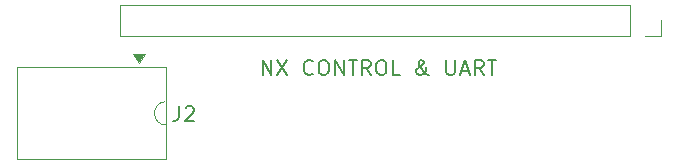
<source format=gto>
%TF.GenerationSoftware,KiCad,Pcbnew,9.0.4-9.0.4-0~ubuntu24.04.1*%
%TF.CreationDate,2025-10-19T10:06:06-07:00*%
%TF.ProjectId,NX-ButtonInterface,4e582d42-7574-4746-9f6e-496e74657266,2*%
%TF.SameCoordinates,Original*%
%TF.FileFunction,Legend,Top*%
%TF.FilePolarity,Positive*%
%FSLAX46Y46*%
G04 Gerber Fmt 4.6, Leading zero omitted, Abs format (unit mm)*
G04 Created by KiCad (PCBNEW 9.0.4-9.0.4-0~ubuntu24.04.1) date 2025-10-19 10:06:06*
%MOMM*%
%LPD*%
G01*
G04 APERTURE LIST*
%ADD10C,0.152400*%
%ADD11C,0.120000*%
%ADD12C,0.100000*%
G04 APERTURE END LIST*
D10*
X97543257Y-97582201D02*
X97543257Y-96312201D01*
X97543257Y-96312201D02*
X98268972Y-97582201D01*
X98268972Y-97582201D02*
X98268972Y-96312201D01*
X98752781Y-96312201D02*
X99599448Y-97582201D01*
X99599448Y-96312201D02*
X98752781Y-97582201D01*
X101776591Y-97461248D02*
X101716115Y-97521725D01*
X101716115Y-97521725D02*
X101534686Y-97582201D01*
X101534686Y-97582201D02*
X101413734Y-97582201D01*
X101413734Y-97582201D02*
X101232305Y-97521725D01*
X101232305Y-97521725D02*
X101111353Y-97400772D01*
X101111353Y-97400772D02*
X101050876Y-97279820D01*
X101050876Y-97279820D02*
X100990400Y-97037915D01*
X100990400Y-97037915D02*
X100990400Y-96856486D01*
X100990400Y-96856486D02*
X101050876Y-96614582D01*
X101050876Y-96614582D02*
X101111353Y-96493629D01*
X101111353Y-96493629D02*
X101232305Y-96372677D01*
X101232305Y-96372677D02*
X101413734Y-96312201D01*
X101413734Y-96312201D02*
X101534686Y-96312201D01*
X101534686Y-96312201D02*
X101716115Y-96372677D01*
X101716115Y-96372677D02*
X101776591Y-96433153D01*
X102562781Y-96312201D02*
X102804686Y-96312201D01*
X102804686Y-96312201D02*
X102925638Y-96372677D01*
X102925638Y-96372677D02*
X103046591Y-96493629D01*
X103046591Y-96493629D02*
X103107067Y-96735534D01*
X103107067Y-96735534D02*
X103107067Y-97158867D01*
X103107067Y-97158867D02*
X103046591Y-97400772D01*
X103046591Y-97400772D02*
X102925638Y-97521725D01*
X102925638Y-97521725D02*
X102804686Y-97582201D01*
X102804686Y-97582201D02*
X102562781Y-97582201D01*
X102562781Y-97582201D02*
X102441829Y-97521725D01*
X102441829Y-97521725D02*
X102320876Y-97400772D01*
X102320876Y-97400772D02*
X102260400Y-97158867D01*
X102260400Y-97158867D02*
X102260400Y-96735534D01*
X102260400Y-96735534D02*
X102320876Y-96493629D01*
X102320876Y-96493629D02*
X102441829Y-96372677D01*
X102441829Y-96372677D02*
X102562781Y-96312201D01*
X103651352Y-97582201D02*
X103651352Y-96312201D01*
X103651352Y-96312201D02*
X104377067Y-97582201D01*
X104377067Y-97582201D02*
X104377067Y-96312201D01*
X104800400Y-96312201D02*
X105526114Y-96312201D01*
X105163257Y-97582201D02*
X105163257Y-96312201D01*
X106675162Y-97582201D02*
X106251828Y-96977439D01*
X105949447Y-97582201D02*
X105949447Y-96312201D01*
X105949447Y-96312201D02*
X106433257Y-96312201D01*
X106433257Y-96312201D02*
X106554209Y-96372677D01*
X106554209Y-96372677D02*
X106614686Y-96433153D01*
X106614686Y-96433153D02*
X106675162Y-96554105D01*
X106675162Y-96554105D02*
X106675162Y-96735534D01*
X106675162Y-96735534D02*
X106614686Y-96856486D01*
X106614686Y-96856486D02*
X106554209Y-96916963D01*
X106554209Y-96916963D02*
X106433257Y-96977439D01*
X106433257Y-96977439D02*
X105949447Y-96977439D01*
X107461352Y-96312201D02*
X107703257Y-96312201D01*
X107703257Y-96312201D02*
X107824209Y-96372677D01*
X107824209Y-96372677D02*
X107945162Y-96493629D01*
X107945162Y-96493629D02*
X108005638Y-96735534D01*
X108005638Y-96735534D02*
X108005638Y-97158867D01*
X108005638Y-97158867D02*
X107945162Y-97400772D01*
X107945162Y-97400772D02*
X107824209Y-97521725D01*
X107824209Y-97521725D02*
X107703257Y-97582201D01*
X107703257Y-97582201D02*
X107461352Y-97582201D01*
X107461352Y-97582201D02*
X107340400Y-97521725D01*
X107340400Y-97521725D02*
X107219447Y-97400772D01*
X107219447Y-97400772D02*
X107158971Y-97158867D01*
X107158971Y-97158867D02*
X107158971Y-96735534D01*
X107158971Y-96735534D02*
X107219447Y-96493629D01*
X107219447Y-96493629D02*
X107340400Y-96372677D01*
X107340400Y-96372677D02*
X107461352Y-96312201D01*
X109154685Y-97582201D02*
X108549923Y-97582201D01*
X108549923Y-97582201D02*
X108549923Y-96312201D01*
X111573733Y-97582201D02*
X111513257Y-97582201D01*
X111513257Y-97582201D02*
X111392304Y-97521725D01*
X111392304Y-97521725D02*
X111210876Y-97340296D01*
X111210876Y-97340296D02*
X110908495Y-96977439D01*
X110908495Y-96977439D02*
X110787542Y-96796010D01*
X110787542Y-96796010D02*
X110727066Y-96614582D01*
X110727066Y-96614582D02*
X110727066Y-96493629D01*
X110727066Y-96493629D02*
X110787542Y-96372677D01*
X110787542Y-96372677D02*
X110908495Y-96312201D01*
X110908495Y-96312201D02*
X110968971Y-96312201D01*
X110968971Y-96312201D02*
X111089923Y-96372677D01*
X111089923Y-96372677D02*
X111150399Y-96493629D01*
X111150399Y-96493629D02*
X111150399Y-96554105D01*
X111150399Y-96554105D02*
X111089923Y-96675058D01*
X111089923Y-96675058D02*
X111029447Y-96735534D01*
X111029447Y-96735534D02*
X110666590Y-96977439D01*
X110666590Y-96977439D02*
X110606114Y-97037915D01*
X110606114Y-97037915D02*
X110545637Y-97158867D01*
X110545637Y-97158867D02*
X110545637Y-97340296D01*
X110545637Y-97340296D02*
X110606114Y-97461248D01*
X110606114Y-97461248D02*
X110666590Y-97521725D01*
X110666590Y-97521725D02*
X110787542Y-97582201D01*
X110787542Y-97582201D02*
X110968971Y-97582201D01*
X110968971Y-97582201D02*
X111089923Y-97521725D01*
X111089923Y-97521725D02*
X111150399Y-97461248D01*
X111150399Y-97461248D02*
X111331828Y-97219344D01*
X111331828Y-97219344D02*
X111392304Y-97037915D01*
X111392304Y-97037915D02*
X111392304Y-96916963D01*
X113085637Y-96312201D02*
X113085637Y-97340296D01*
X113085637Y-97340296D02*
X113146114Y-97461248D01*
X113146114Y-97461248D02*
X113206590Y-97521725D01*
X113206590Y-97521725D02*
X113327542Y-97582201D01*
X113327542Y-97582201D02*
X113569447Y-97582201D01*
X113569447Y-97582201D02*
X113690399Y-97521725D01*
X113690399Y-97521725D02*
X113750876Y-97461248D01*
X113750876Y-97461248D02*
X113811352Y-97340296D01*
X113811352Y-97340296D02*
X113811352Y-96312201D01*
X114355637Y-97219344D02*
X114960399Y-97219344D01*
X114234685Y-97582201D02*
X114658018Y-96312201D01*
X114658018Y-96312201D02*
X115081352Y-97582201D01*
X116230399Y-97582201D02*
X115807065Y-96977439D01*
X115504684Y-97582201D02*
X115504684Y-96312201D01*
X115504684Y-96312201D02*
X115988494Y-96312201D01*
X115988494Y-96312201D02*
X116109446Y-96372677D01*
X116109446Y-96372677D02*
X116169923Y-96433153D01*
X116169923Y-96433153D02*
X116230399Y-96554105D01*
X116230399Y-96554105D02*
X116230399Y-96735534D01*
X116230399Y-96735534D02*
X116169923Y-96856486D01*
X116169923Y-96856486D02*
X116109446Y-96916963D01*
X116109446Y-96916963D02*
X115988494Y-96977439D01*
X115988494Y-96977439D02*
X115504684Y-96977439D01*
X116593256Y-96312201D02*
X117318970Y-96312201D01*
X116956113Y-97582201D02*
X116956113Y-96312201D01*
X90457867Y-100227601D02*
X90457867Y-101134744D01*
X90457867Y-101134744D02*
X90397390Y-101316172D01*
X90397390Y-101316172D02*
X90276438Y-101437125D01*
X90276438Y-101437125D02*
X90095009Y-101497601D01*
X90095009Y-101497601D02*
X89974057Y-101497601D01*
X91002152Y-100348553D02*
X91062628Y-100288077D01*
X91062628Y-100288077D02*
X91183581Y-100227601D01*
X91183581Y-100227601D02*
X91485962Y-100227601D01*
X91485962Y-100227601D02*
X91606914Y-100288077D01*
X91606914Y-100288077D02*
X91667390Y-100348553D01*
X91667390Y-100348553D02*
X91727867Y-100469505D01*
X91727867Y-100469505D02*
X91727867Y-100590458D01*
X91727867Y-100590458D02*
X91667390Y-100771886D01*
X91667390Y-100771886D02*
X90941676Y-101497601D01*
X90941676Y-101497601D02*
X91727867Y-101497601D01*
D11*
%TO.C,J1*%
X85411000Y-91634000D02*
X85411000Y-94294000D01*
X128651000Y-91634000D02*
X85411000Y-91634000D01*
X128651000Y-91634000D02*
X128651000Y-94294000D01*
X128651000Y-94294000D02*
X85411000Y-94294000D01*
X131251000Y-92964000D02*
X131251000Y-94294000D01*
X131251000Y-94294000D02*
X129921000Y-94294000D01*
D12*
%TO.C,J2*%
X76707600Y-104741400D02*
X76707600Y-96916400D01*
X89357600Y-96916400D02*
X76707600Y-96916400D01*
X89357600Y-104741400D02*
X76707600Y-104741400D01*
X89357600Y-104741400D02*
X89357600Y-96916400D01*
X89357600Y-101816400D02*
G75*
G02*
X89260935Y-99846142I-1J987500D01*
G01*
X87032600Y-96566400D02*
X86532600Y-95816400D01*
X87532600Y-95816400D01*
X87032600Y-96566400D01*
G36*
X87032600Y-96566400D02*
G01*
X86532600Y-95816400D01*
X87532600Y-95816400D01*
X87032600Y-96566400D01*
G37*
%TD*%
M02*

</source>
